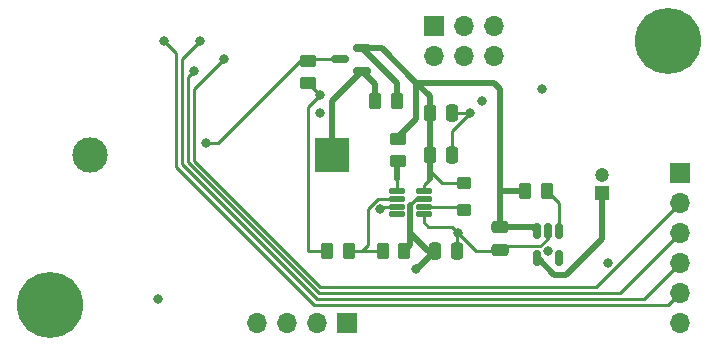
<source format=gbr>
%TF.GenerationSoftware,KiCad,Pcbnew,(6.0.1)*%
%TF.CreationDate,2022-03-15T19:27:33-04:00*%
%TF.ProjectId,Main-Board,4d61696e-2d42-46f6-9172-642e6b696361,rev?*%
%TF.SameCoordinates,Original*%
%TF.FileFunction,Copper,L4,Bot*%
%TF.FilePolarity,Positive*%
%FSLAX46Y46*%
G04 Gerber Fmt 4.6, Leading zero omitted, Abs format (unit mm)*
G04 Created by KiCad (PCBNEW (6.0.1)) date 2022-03-15 19:27:33*
%MOMM*%
%LPD*%
G01*
G04 APERTURE LIST*
G04 Aperture macros list*
%AMRoundRect*
0 Rectangle with rounded corners*
0 $1 Rounding radius*
0 $2 $3 $4 $5 $6 $7 $8 $9 X,Y pos of 4 corners*
0 Add a 4 corners polygon primitive as box body*
4,1,4,$2,$3,$4,$5,$6,$7,$8,$9,$2,$3,0*
0 Add four circle primitives for the rounded corners*
1,1,$1+$1,$2,$3*
1,1,$1+$1,$4,$5*
1,1,$1+$1,$6,$7*
1,1,$1+$1,$8,$9*
0 Add four rect primitives between the rounded corners*
20,1,$1+$1,$2,$3,$4,$5,0*
20,1,$1+$1,$4,$5,$6,$7,0*
20,1,$1+$1,$6,$7,$8,$9,0*
20,1,$1+$1,$8,$9,$2,$3,0*%
G04 Aperture macros list end*
%TA.AperFunction,ComponentPad*%
%ADD10R,1.700000X1.700000*%
%TD*%
%TA.AperFunction,ComponentPad*%
%ADD11O,1.700000X1.700000*%
%TD*%
%TA.AperFunction,ComponentPad*%
%ADD12C,5.600000*%
%TD*%
%TA.AperFunction,SMDPad,CuDef*%
%ADD13RoundRect,0.125000X0.537500X0.125000X-0.537500X0.125000X-0.537500X-0.125000X0.537500X-0.125000X0*%
%TD*%
%TA.AperFunction,SMDPad,CuDef*%
%ADD14RoundRect,0.150000X0.587500X0.150000X-0.587500X0.150000X-0.587500X-0.150000X0.587500X-0.150000X0*%
%TD*%
%TA.AperFunction,SMDPad,CuDef*%
%ADD15RoundRect,0.250000X0.262500X0.450000X-0.262500X0.450000X-0.262500X-0.450000X0.262500X-0.450000X0*%
%TD*%
%TA.AperFunction,ComponentPad*%
%ADD16R,3.000000X3.000000*%
%TD*%
%TA.AperFunction,ComponentPad*%
%ADD17C,3.000000*%
%TD*%
%TA.AperFunction,SMDPad,CuDef*%
%ADD18RoundRect,0.250000X-0.250000X-0.475000X0.250000X-0.475000X0.250000X0.475000X-0.250000X0.475000X0*%
%TD*%
%TA.AperFunction,SMDPad,CuDef*%
%ADD19RoundRect,0.150000X-0.150000X0.512500X-0.150000X-0.512500X0.150000X-0.512500X0.150000X0.512500X0*%
%TD*%
%TA.AperFunction,SMDPad,CuDef*%
%ADD20RoundRect,0.250000X-0.262500X-0.450000X0.262500X-0.450000X0.262500X0.450000X-0.262500X0.450000X0*%
%TD*%
%TA.AperFunction,ComponentPad*%
%ADD21R,1.200000X1.200000*%
%TD*%
%TA.AperFunction,ComponentPad*%
%ADD22C,1.200000*%
%TD*%
%TA.AperFunction,SMDPad,CuDef*%
%ADD23RoundRect,0.250000X0.450000X-0.262500X0.450000X0.262500X-0.450000X0.262500X-0.450000X-0.262500X0*%
%TD*%
%TA.AperFunction,SMDPad,CuDef*%
%ADD24RoundRect,0.250000X-0.450000X0.262500X-0.450000X-0.262500X0.450000X-0.262500X0.450000X0.262500X0*%
%TD*%
%TA.AperFunction,SMDPad,CuDef*%
%ADD25RoundRect,0.250000X0.350000X-0.275000X0.350000X0.275000X-0.350000X0.275000X-0.350000X-0.275000X0*%
%TD*%
%TA.AperFunction,SMDPad,CuDef*%
%ADD26RoundRect,0.250000X-0.475000X0.250000X-0.475000X-0.250000X0.475000X-0.250000X0.475000X0.250000X0*%
%TD*%
%TA.AperFunction,ViaPad*%
%ADD27C,0.800000*%
%TD*%
%TA.AperFunction,Conductor*%
%ADD28C,0.500000*%
%TD*%
%TA.AperFunction,Conductor*%
%ADD29C,0.250000*%
%TD*%
G04 APERTURE END LIST*
D10*
%TO.P,J1,1,Pin_1*%
%TO.N,+3V3*%
X157480000Y-114808000D03*
D11*
%TO.P,J1,2,Pin_2*%
%TO.N,/MISO*%
X157480000Y-117348000D03*
%TO.P,J1,3,Pin_3*%
%TO.N,/MOSI*%
X157480000Y-119888000D03*
%TO.P,J1,4,Pin_4*%
%TO.N,/SCK*%
X157480000Y-122428000D03*
%TO.P,J1,5,Pin_5*%
%TO.N,/~{SS}*%
X157480000Y-124968000D03*
%TO.P,J1,6,Pin_6*%
%TO.N,GND*%
X157480000Y-127508000D03*
%TD*%
D12*
%TO.P,REF\u002A\u002A,1*%
%TO.N,GND*%
X104140000Y-125984000D03*
%TD*%
%TO.P,REF\u002A\u002A,1*%
%TO.N,GND*%
X156464000Y-103632000D03*
%TD*%
D13*
%TO.P,U2,1,IN*%
%TO.N,+3V0*%
X135757500Y-116373000D03*
%TO.P,U2,2,OUT*%
%TO.N,+3V3*%
X135757500Y-117023000D03*
%TO.P,U2,3,SW*%
%TO.N,Net-(L1-Pad1)*%
X135757500Y-117673000D03*
%TO.P,U2,4,PGND*%
%TO.N,GND*%
X135757500Y-118323000D03*
%TO.P,U2,5,NC*%
%TO.N,unconnected-(U2-Pad5)*%
X133482500Y-118323000D03*
%TO.P,U2,6,AGND*%
%TO.N,GND*%
X133482500Y-117673000D03*
%TO.P,U2,7,FB*%
%TO.N,Net-(R4-Pad2)*%
X133482500Y-117023000D03*
%TO.P,U2,8,EN*%
%TO.N,Net-(R3-Pad1)*%
X133482500Y-116373000D03*
%TD*%
D14*
%TO.P,U1,1,Vs-*%
%TO.N,+3V0*%
X130556000Y-104272000D03*
%TO.P,U1,2,Vs+*%
%TO.N,Net-(BT1-Pad1)*%
X130556000Y-106172000D03*
%TO.P,U1,3,Iout*%
%TO.N,Current Sense*%
X128681000Y-105222000D03*
%TD*%
D15*
%TO.P,R1,1*%
%TO.N,+3V0*%
X133500500Y-108712000D03*
%TO.P,R1,2*%
%TO.N,Net-(BT1-Pad1)*%
X131675500Y-108712000D03*
%TD*%
%TO.P,R4,1*%
%TO.N,+3V3*%
X134112000Y-121412000D03*
%TO.P,R4,2*%
%TO.N,Net-(R4-Pad2)*%
X132287000Y-121412000D03*
%TD*%
D10*
%TO.P,J2,1,DATA*%
%TO.N,Net-(J2-Pad1)*%
X136652000Y-102357000D03*
D11*
%TO.P,J2,2,VCC*%
%TO.N,+3V3*%
X136652000Y-104897000D03*
%TO.P,J2,3,NC*%
%TO.N,unconnected-(J2-Pad3)*%
X139192000Y-102357000D03*
%TO.P,J2,4,NC*%
%TO.N,unconnected-(J2-Pad4)*%
X139192000Y-104897000D03*
%TO.P,J2,5,NC*%
%TO.N,unconnected-(J2-Pad5)*%
X141732000Y-102357000D03*
%TO.P,J2,6,GND*%
%TO.N,GND*%
X141732000Y-104897000D03*
%TD*%
D16*
%TO.P,BT1,1,+*%
%TO.N,Net-(BT1-Pad1)*%
X128016000Y-113284000D03*
D17*
%TO.P,BT1,2,-*%
%TO.N,GND*%
X107526000Y-113284000D03*
%TD*%
D18*
%TO.P,C3,1*%
%TO.N,+3V3*%
X136718000Y-121412000D03*
%TO.P,C3,2*%
%TO.N,GND*%
X138618000Y-121412000D03*
%TD*%
%TO.P,C1,1*%
%TO.N,+3V0*%
X136276000Y-109728000D03*
%TO.P,C1,2*%
%TO.N,GND*%
X138176000Y-109728000D03*
%TD*%
%TO.P,C2,1*%
%TO.N,+3V0*%
X136276000Y-113284000D03*
%TO.P,C2,2*%
%TO.N,GND*%
X138176000Y-113284000D03*
%TD*%
D19*
%TO.P,U3,1,VIN*%
%TO.N,+3V0*%
X145354000Y-119766500D03*
%TO.P,U3,2,GND*%
%TO.N,GND*%
X146304000Y-119766500D03*
%TO.P,U3,3,EN*%
%TO.N,Net-(R7-Pad2)*%
X147254000Y-119766500D03*
%TO.P,U3,4,NC*%
%TO.N,unconnected-(U3-Pad4)*%
X147254000Y-122041500D03*
%TO.P,U3,5,VOUT*%
%TO.N,+1V8*%
X145354000Y-122041500D03*
%TD*%
D20*
%TO.P,R7,1*%
%TO.N,+3V0*%
X144375500Y-116332000D03*
%TO.P,R7,2*%
%TO.N,Net-(R7-Pad2)*%
X146200500Y-116332000D03*
%TD*%
D21*
%TO.P,C7,1*%
%TO.N,+1V8*%
X150876000Y-116546600D03*
D22*
%TO.P,C7,2*%
%TO.N,GND*%
X150876000Y-115046600D03*
%TD*%
D23*
%TO.P,R3,1*%
%TO.N,Net-(R3-Pad1)*%
X133604000Y-113792000D03*
%TO.P,R3,2*%
%TO.N,+3V0*%
X133604000Y-111967000D03*
%TD*%
D24*
%TO.P,R2,1*%
%TO.N,Current Sense*%
X125984000Y-105363000D03*
%TO.P,R2,2*%
%TO.N,GND*%
X125984000Y-107188000D03*
%TD*%
D15*
%TO.P,R5,1*%
%TO.N,Net-(R4-Pad2)*%
X129436500Y-121412000D03*
%TO.P,R5,2*%
%TO.N,GND*%
X127611500Y-121412000D03*
%TD*%
D25*
%TO.P,L1,1,1*%
%TO.N,Net-(L1-Pad1)*%
X139192000Y-117990000D03*
%TO.P,L1,2,2*%
%TO.N,+3V0*%
X139192000Y-115690000D03*
%TD*%
D10*
%TO.P,J3,1,Pin_1*%
%TO.N,+3V3*%
X129276000Y-127533000D03*
D11*
%TO.P,J3,2,Pin_2*%
%TO.N,/SDA*%
X126736000Y-127533000D03*
%TO.P,J3,3,Pin_3*%
%TO.N,/SCL*%
X124196000Y-127533000D03*
%TO.P,J3,4,Pin_4*%
%TO.N,GND*%
X121656000Y-127533000D03*
%TD*%
D26*
%TO.P,C5,1*%
%TO.N,+3V0*%
X142240000Y-119446000D03*
%TO.P,C5,2*%
%TO.N,GND*%
X142240000Y-121346000D03*
%TD*%
D27*
%TO.N,GND*%
X127000000Y-108204000D03*
X145796000Y-107696000D03*
X151384000Y-122428000D03*
X132080000Y-117856000D03*
X138684000Y-119888000D03*
X139700000Y-109728000D03*
%TO.N,+3V3*%
X135128000Y-122936000D03*
X113284000Y-125476000D03*
X127000000Y-109728000D03*
X140716000Y-108712000D03*
X146308299Y-121416299D03*
%TO.N,/MISO*%
X118872000Y-105156000D03*
%TO.N,/MOSI*%
X116332000Y-106172000D03*
%TO.N,/SCK*%
X116840000Y-103632000D03*
%TO.N,/~{SS}*%
X113792000Y-103632000D03*
%TO.N,Current Sense*%
X117348000Y-112268000D03*
%TD*%
D28*
%TO.N,Net-(BT1-Pad1)*%
X131675500Y-108712000D02*
X131675500Y-107291500D01*
X128016000Y-108712000D02*
X130556000Y-106172000D01*
X128016000Y-113284000D02*
X128016000Y-108712000D01*
X131675500Y-107291500D02*
X130556000Y-106172000D01*
D29*
%TO.N,GND*%
X145645520Y-121054480D02*
X142531520Y-121054480D01*
X146304000Y-120396000D02*
X145645520Y-121054480D01*
X142306000Y-121412000D02*
X140208000Y-121412000D01*
X138176000Y-113284000D02*
X138176000Y-111252000D01*
X136144000Y-119380000D02*
X135757500Y-118993500D01*
X138618000Y-119954000D02*
X138684000Y-119888000D01*
X146304000Y-119766500D02*
X146304000Y-120396000D01*
X138176000Y-111252000D02*
X139700000Y-109728000D01*
X140208000Y-121412000D02*
X138684000Y-119888000D01*
X127000000Y-108204000D02*
X125984000Y-107188000D01*
X142531520Y-121054480D02*
X142240000Y-121346000D01*
X125984000Y-121412000D02*
X127611500Y-121412000D01*
X138684000Y-119888000D02*
X138176000Y-119380000D01*
X138618000Y-121412000D02*
X138618000Y-119954000D01*
X132263000Y-117673000D02*
X132080000Y-117856000D01*
X135757500Y-118993500D02*
X135757500Y-118323000D01*
X127000000Y-108204000D02*
X125984000Y-109220000D01*
X138176000Y-119380000D02*
X136144000Y-119380000D01*
X125984000Y-109220000D02*
X125984000Y-121412000D01*
X133482500Y-117673000D02*
X132263000Y-117673000D01*
X138176000Y-109728000D02*
X139700000Y-109728000D01*
D28*
%TO.N,+3V0*%
X142240000Y-107696000D02*
X141732000Y-107188000D01*
X133500500Y-108712000D02*
X133500500Y-107216500D01*
X142240000Y-119446000D02*
X142240000Y-117856000D01*
X141732000Y-107188000D02*
X135128000Y-107188000D01*
X136276000Y-111384000D02*
X136276000Y-109728000D01*
X132212000Y-104272000D02*
X135128000Y-107188000D01*
X145033500Y-119446000D02*
X145354000Y-119766500D01*
X136276000Y-115316000D02*
X136276000Y-114676000D01*
D29*
X139192000Y-115690000D02*
X137290000Y-115690000D01*
X135757500Y-115834500D02*
X136276000Y-115316000D01*
D28*
X142240000Y-116332000D02*
X142240000Y-107696000D01*
D29*
X137290000Y-115690000D02*
X136276000Y-114676000D01*
D28*
X135128000Y-110236000D02*
X133604000Y-111760000D01*
X136276000Y-109728000D02*
X136276000Y-108336000D01*
X133500500Y-107216500D02*
X130556000Y-104272000D01*
X142240000Y-119446000D02*
X145033500Y-119446000D01*
X136276000Y-113284000D02*
X136276000Y-111384000D01*
D29*
X135757500Y-116373000D02*
X135757500Y-115834500D01*
D28*
X142240000Y-116332000D02*
X144375500Y-116332000D01*
X135128000Y-107188000D02*
X135128000Y-110236000D01*
X136276000Y-114676000D02*
X136276000Y-113284000D01*
X142240000Y-117856000D02*
X142240000Y-116332000D01*
D29*
X133604000Y-111760000D02*
X133604000Y-111967000D01*
D28*
X136276000Y-108336000D02*
X135128000Y-107188000D01*
X130556000Y-104272000D02*
X132212000Y-104272000D01*
%TO.N,+3V3*%
X135194000Y-122936000D02*
X136718000Y-121412000D01*
X134620000Y-119888000D02*
X134620000Y-120904000D01*
D29*
X135757500Y-117023000D02*
X135109283Y-117023000D01*
D28*
X134620000Y-117512283D02*
X134620000Y-119888000D01*
X135128000Y-122936000D02*
X135194000Y-122936000D01*
X134620000Y-119888000D02*
X136144000Y-121412000D01*
X136144000Y-121412000D02*
X136718000Y-121412000D01*
D29*
X135109283Y-117023000D02*
X134620000Y-117512283D01*
D28*
X134620000Y-120904000D02*
X134112000Y-121412000D01*
D29*
%TO.N,+1V8*%
X145354000Y-122041500D02*
X145409500Y-122041500D01*
D28*
X150876000Y-120396000D02*
X150876000Y-116546600D01*
X146812000Y-123444000D02*
X147828000Y-123444000D01*
X145409500Y-122041500D02*
X146812000Y-123444000D01*
X147828000Y-123444000D02*
X150876000Y-120396000D01*
D29*
%TO.N,/MISO*%
X127000000Y-124460000D02*
X116332000Y-113792000D01*
X116332000Y-107696000D02*
X118872000Y-105156000D01*
X157480000Y-117348000D02*
X157480000Y-117356614D01*
X157480000Y-117356614D02*
X150376614Y-124460000D01*
X116332000Y-113792000D02*
X116332000Y-107696000D01*
X150376614Y-124460000D02*
X127000000Y-124460000D01*
%TO.N,/MOSI*%
X115824000Y-113919718D02*
X115824000Y-106680000D01*
X126872282Y-124968000D02*
X115824000Y-113919718D01*
X115824000Y-106680000D02*
X116332000Y-106172000D01*
X157480000Y-119888000D02*
X152400000Y-124968000D01*
X152400000Y-124968000D02*
X126872282Y-124968000D01*
%TO.N,/SCK*%
X157480000Y-122428000D02*
X154432000Y-125476000D01*
X126744564Y-125476000D02*
X126422762Y-125154197D01*
X154432000Y-125476000D02*
X126744564Y-125476000D01*
X115316000Y-105156000D02*
X116840000Y-103632000D01*
X115316000Y-114047435D02*
X115316000Y-105156000D01*
X126422762Y-125154197D02*
X115316000Y-114047435D01*
%TO.N,/~{SS}*%
X157480000Y-124968000D02*
X156464000Y-125984000D01*
X114808000Y-114300000D02*
X114808000Y-104648000D01*
X156464000Y-125984000D02*
X126492000Y-125984000D01*
X126492000Y-125984000D02*
X114808000Y-114300000D01*
X114808000Y-104648000D02*
X113792000Y-103632000D01*
%TO.N,Net-(L1-Pad1)*%
X138875000Y-117673000D02*
X139192000Y-117990000D01*
X135757500Y-117673000D02*
X138875000Y-117673000D01*
%TO.N,Current Sense*%
X125269000Y-105363000D02*
X125984000Y-105363000D01*
X126153500Y-105193500D02*
X125984000Y-105363000D01*
X117348000Y-112268000D02*
X118364000Y-112268000D01*
X126125000Y-105222000D02*
X125984000Y-105363000D01*
X118364000Y-112268000D02*
X125269000Y-105363000D01*
X128681000Y-105222000D02*
X126125000Y-105222000D01*
%TO.N,Net-(R3-Pad1)*%
X133482500Y-113913500D02*
X133604000Y-113792000D01*
X133482500Y-116373000D02*
X133482500Y-115316000D01*
D28*
X133482500Y-115316000D02*
X133482500Y-113913500D01*
D29*
%TO.N,Net-(R4-Pad2)*%
X130556000Y-121412000D02*
X129436500Y-121412000D01*
X131064000Y-120904000D02*
X131064000Y-117847386D01*
X130556000Y-121412000D02*
X131064000Y-120904000D01*
X132287000Y-121412000D02*
X130556000Y-121412000D01*
X131888386Y-117023000D02*
X133482500Y-117023000D01*
X131064000Y-117847386D02*
X131888386Y-117023000D01*
%TO.N,Net-(R7-Pad2)*%
X146200500Y-116332000D02*
X147254000Y-117385500D01*
X147254000Y-117385500D02*
X147254000Y-119766500D01*
%TD*%
M02*

</source>
